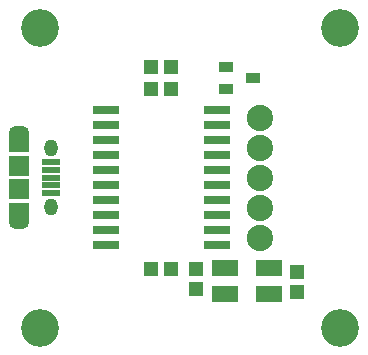
<source format=gts>
G04 DipTrace 2.4.0.1*
%INinterface.frontmask.gts*%
%MOIN*%
%ADD31C,0.126*%
%ADD38R,0.0492X0.0335*%
%ADD40C,0.0879*%
%ADD42R,0.0689X0.0669*%
%ADD44R,0.0689X0.065*%
%ADD46O,0.0689X0.0472*%
%ADD48O,0.0453X0.0571*%
%ADD50R,0.061X0.0236*%
%ADD52R,0.0512X0.0472*%
%ADD54R,0.0472X0.0512*%
%ADD56R,0.0866X0.0551*%
%ADD58R,0.0866X0.0315*%
%FSLAX44Y44*%
G04*
G70*
G90*
G75*
G01*
%LNTopMask*%
%LPD*%
D58*
X11138Y7987D3*
Y8487D3*
Y8987D3*
Y9487D3*
Y9987D3*
Y10487D3*
Y10987D3*
Y11487D3*
Y11987D3*
Y12487D3*
X7437D3*
Y11987D3*
Y11487D3*
Y10987D3*
Y10487D3*
Y9987D3*
Y9487D3*
Y8987D3*
Y8487D3*
Y7987D3*
D56*
X12857Y7223D3*
X11401D3*
Y6357D3*
X12857D3*
D54*
X10437Y7187D3*
Y6518D3*
X13812Y6437D3*
Y7106D3*
D52*
X8937Y7187D3*
X9606D3*
X8937Y13187D3*
X9606D3*
D50*
X5600Y10749D3*
Y10493D3*
Y10237D3*
Y9981D3*
Y9725D3*
D48*
Y11221D3*
Y9253D3*
D46*
X4537Y11713D3*
Y8761D3*
D44*
Y11428D3*
Y9046D3*
D42*
Y10631D3*
Y9843D3*
D52*
X9606Y13937D3*
X8937D3*
D40*
X12562Y12237D3*
Y11237D3*
Y10237D3*
Y9237D3*
Y8237D3*
D38*
X11437Y13937D3*
Y13189D3*
X12343Y13563D3*
D31*
X15237Y15237D3*
X5237D3*
Y5237D3*
X15237D3*
M02*

</source>
